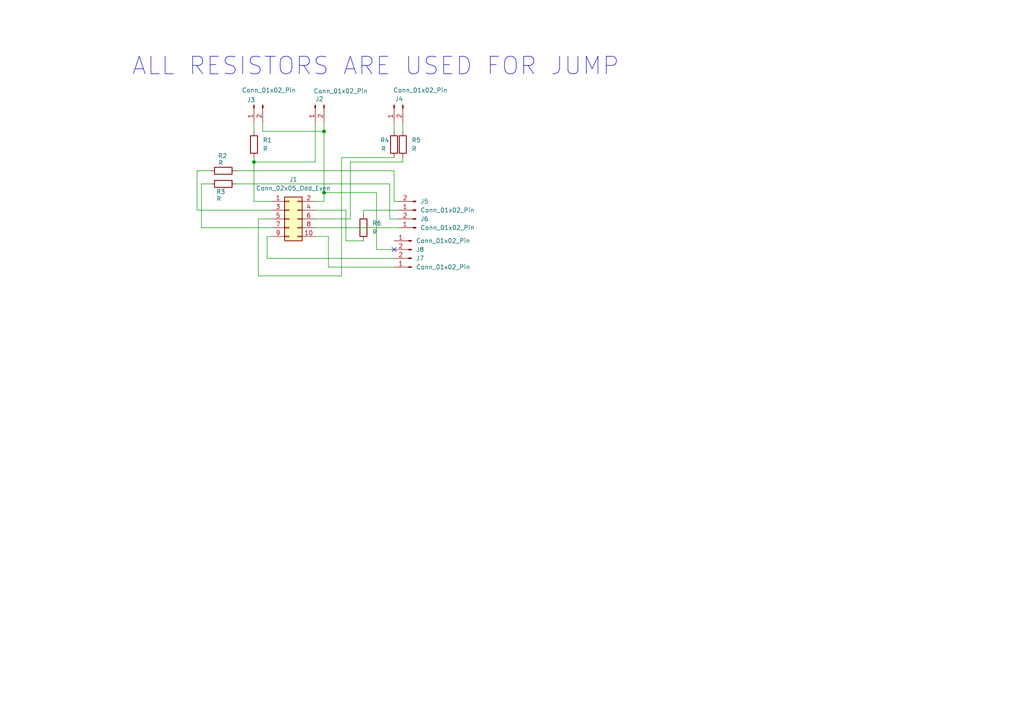
<source format=kicad_sch>
(kicad_sch (version 20250114) (generator "eeschema") (generator_version "9.0")
  (paper "A4")
  (lib_symbols
    (symbol "Connector:Conn_01x02_Pin" (pin_names (offset 1.016) (hide yes))
      (property "Reference" "J" (at 0 2.54 0))
      (property "Value" "Conn_01x02_Pin" (at 0 -5.08 0))
      (symbol "Conn_01x02_Pin_1_1"
        (rectangle (start 0.8636 0.127) (end 0 -0.127) (stroke (width 0.1524)) (fill (type outline)))
        (rectangle (start 0.8636 -2.413) (end 0 -2.667) (stroke (width 0.1524)) (fill (type outline)))
        (polyline (pts (xy 1.27 0) (xy 0.8636 0)) (stroke (width 0.1524)))
        (polyline (pts (xy 1.27 -2.54) (xy 0.8636 -2.54)) (stroke (width 0.1524)))
        (pin passive line (at 5.08 0 180) (length 3.81) (name "Pin_1") (number "1"))
        (pin passive line (at 5.08 -2.54 180) (length 3.81) (name "Pin_2") (number "2"))
      )
    )
    (symbol "Connector_Generic:Conn_02x05_Odd_Even" (pin_names (offset 1.016) (hide yes))
      (property "Reference" "J" (at 1.27 7.62 0))
      (property "Value" "Conn_02x05_Odd_Even" (at 1.27 -7.62 0))
      (symbol "Conn_02x05_Odd_Even_1_1"
        (rectangle (start -1.27 6.35) (end 3.81 -6.35) (stroke (width 0.254)) (fill (type background)))
        (rectangle (start -1.27 5.207) (end 0 4.953) (stroke (width 0.1524)))
        (rectangle (start -1.27 2.667) (end 0 2.413) (stroke (width 0.1524)))
        (rectangle (start -1.27 0.127) (end 0 -0.127) (stroke (width 0.1524)))
        (rectangle (start -1.27 -2.413) (end 0 -2.667) (stroke (width 0.1524)))
        (rectangle (start -1.27 -4.953) (end 0 -5.207) (stroke (width 0.1524)))
        (rectangle (start 3.81 5.207) (end 2.54 4.953) (stroke (width 0.1524)))
        (rectangle (start 3.81 2.667) (end 2.54 2.413) (stroke (width 0.1524)))
        (rectangle (start 3.81 0.127) (end 2.54 -0.127) (stroke (width 0.1524)))
        (rectangle (start 3.81 -2.413) (end 2.54 -2.667) (stroke (width 0.1524)))
        (rectangle (start 3.81 -4.953) (end 2.54 -5.207) (stroke (width 0.1524)))
        (pin passive line (at -5.08 5.08 0) (length 3.81) (name "Pin_1") (number "1"))
        (pin passive line (at -5.08 2.54 0) (length 3.81) (name "Pin_3") (number "3"))
        (pin passive line (at -5.08 0 0) (length 3.81) (name "Pin_5") (number "5"))
        (pin passive line (at -5.08 -2.54 0) (length 3.81) (name "Pin_7") (number "7"))
        (pin passive line (at -5.08 -5.08 0) (length 3.81) (name "Pin_9") (number "9"))
        (pin passive line (at 7.62 5.08 180) (length 3.81) (name "Pin_2") (number "2"))
        (pin passive line (at 7.62 2.54 180) (length 3.81) (name "Pin_4") (number "4"))
        (pin passive line (at 7.62 0 180) (length 3.81) (name "Pin_6") (number "6"))
        (pin passive line (at 7.62 -2.54 180) (length 3.81) (name "Pin_8") (number "8"))
        (pin passive line (at 7.62 -5.08 180) (length 3.81) (name "Pin_10") (number "10"))
      )
    )
    (symbol "Device:R" (pin_numbers (hide yes)) (pin_names (offset 0))
      (property "Reference" "R" (at 2.032 0 90))
      (property "Value" "R" (at 0 0 90))
      (symbol "R_0_1"
        (rectangle (start -1.016 -2.54) (end 1.016 2.54) (stroke (width 0.254)))
      )
      (symbol "R_1_1"
        (pin passive line (at 0 3.81 270) (length 1.27) (name "~") (number "1"))
        (pin passive line (at 0 -3.81 90) (length 1.27) (name "~") (number "2"))
      )
    )
  )
  (text "ALL RESISTORS ARE USED FOR JUMP\n" (at 108.966 19.304 0) (effects (font (size 5.08 5.08))))
  (junction (at 93.98 55.88))
  (junction (at 93.98 38.1))
  (junction (at 73.66 46.99))
  (no_connect (at 114.3 72.39))
  (wire (pts (xy 58.42 66.04) (xy 58.42 53.34)))
  (wire (pts (xy 114.3 35.56) (xy 114.3 38.1)))
  (wire (pts (xy 105.41 62.23) (xy 105.41 60.96)))
  (wire (pts (xy 73.66 46.99) (xy 73.66 58.42)))
  (wire (pts (xy 99.06 45.72) (xy 99.06 80.01)))
  (wire (pts (xy 95.25 77.47) (xy 114.3 77.47)))
  (wire (pts (xy 113.03 63.5) (xy 115.57 63.5)))
  (wire (pts (xy 105.41 60.96) (xy 115.57 60.96)))
  (wire (pts (xy 91.44 60.96) (xy 100.33 60.96)))
  (wire (pts (xy 93.98 58.42) (xy 93.98 55.88)))
  (wire (pts (xy 100.33 69.85) (xy 100.33 60.96)))
  (wire (pts (xy 74.93 80.01) (xy 74.93 63.5)))
  (wire (pts (xy 58.42 53.34) (xy 60.96 53.34)))
  (wire (pts (xy 73.66 35.56) (xy 73.66 38.1)))
  (wire (pts (xy 77.47 68.58) (xy 77.47 74.93)))
  (wire (pts (xy 113.03 53.34) (xy 113.03 63.5)))
  (wire (pts (xy 101.6 63.5) (xy 101.6 46.99)))
  (wire (pts (xy 68.58 53.34) (xy 113.03 53.34)))
  (wire (pts (xy 91.44 66.04) (xy 115.57 66.04)))
  (wire (pts (xy 73.66 46.99) (xy 73.66 45.72)))
  (wire (pts (xy 77.47 74.93) (xy 114.3 74.93)))
  (wire (pts (xy 76.2 38.1) (xy 93.98 38.1)))
  (wire (pts (xy 114.3 49.53) (xy 114.3 58.42)))
  (wire (pts (xy 74.93 63.5) (xy 78.74 63.5)))
  (wire (pts (xy 109.22 72.39) (xy 109.22 55.88)))
  (wire (pts (xy 76.2 35.56) (xy 76.2 38.1)))
  (wire (pts (xy 95.25 68.58) (xy 95.25 77.47)))
  (wire (pts (xy 78.74 58.42) (xy 73.66 58.42)))
  (wire (pts (xy 116.84 35.56) (xy 116.84 38.1)))
  (wire (pts (xy 114.3 58.42) (xy 115.57 58.42)))
  (wire (pts (xy 91.44 63.5) (xy 101.6 63.5)))
  (wire (pts (xy 73.66 46.99) (xy 91.44 46.99)))
  (wire (pts (xy 78.74 66.04) (xy 58.42 66.04)))
  (wire (pts (xy 114.3 45.72) (xy 99.06 45.72)))
  (wire (pts (xy 109.22 55.88) (xy 93.98 55.88)))
  (wire (pts (xy 57.15 49.53) (xy 60.96 49.53)))
  (wire (pts (xy 93.98 38.1) (xy 93.98 35.56)))
  (wire (pts (xy 99.06 80.01) (xy 74.93 80.01)))
  (wire (pts (xy 101.6 46.99) (xy 116.84 46.99)))
  (wire (pts (xy 114.3 72.39) (xy 109.22 72.39)))
  (wire (pts (xy 93.98 55.88) (xy 93.98 38.1)))
  (wire (pts (xy 91.44 58.42) (xy 93.98 58.42)))
  (wire (pts (xy 68.58 49.53) (xy 114.3 49.53)))
  (wire (pts (xy 105.41 69.85) (xy 100.33 69.85)))
  (wire (pts (xy 57.15 60.96) (xy 57.15 49.53)))
  (wire (pts (xy 78.74 68.58) (xy 77.47 68.58)))
  (wire (pts (xy 91.44 35.56) (xy 91.44 46.99)))
  (wire (pts (xy 91.44 68.58) (xy 95.25 68.58)))
  (wire (pts (xy 57.15 60.96) (xy 78.74 60.96)))
  (wire (pts (xy 116.84 45.72) (xy 116.84 46.99)))
  (symbol (lib_id "Device:R") (at 73.66 41.91 0) (unit 1)
    (property "Reference" "R1" (at 76.2 40.6399 0) (effects (justify left)))
    (property "Value" "R" (at 76.2 43.1799 0) (effects (justify left)))
    (property "Footprint" "Resistor_THT:R_Axial_DIN0207_L6.3mm_D2.5mm_P10.16mm_Horizontal" (effects (hide yes)))
    (property "Description" "Resistor" (effects (hide yes)))
  )
  (symbol (lib_id "Connector:Conn_01x02_Pin") (at 119.38 69.85 0) (mirror y) (unit 1)
    (property "Reference" "J8" (at 120.65 72.3901 0) (effects (justify right)))
    (property "Value" "Conn_01x02_Pin" (at 120.65 69.8501 0) (effects (justify right)))
    (property "Footprint" "_customized:connector_02_508" (effects (hide yes)))
    (property "Description" "Generic connector, single row, 01x02, script generated" (effects (hide yes)))
  )
  (symbol (lib_id "Connector:Conn_01x02_Pin") (at 91.44 30.48 90) (mirror x) (unit 1)
    (property "Reference" "J2" (at 91.44 28.702 90) (effects (justify right)))
    (property "Value" "Conn_01x02_Pin" (at 90.932 26.416 90) (effects (justify right)))
    (property "Footprint" "_customized:connector_02_508" (effects (hide yes)))
    (property "Description" "Generic connector, single row, 01x02, script generated" (effects (hide yes)))
  )
  (symbol (lib_id "Connector:Conn_01x02_Pin") (at 73.66 30.48 90) (mirror x) (unit 1)
    (property "Reference" "J3" (at 71.628 28.956 90) (effects (justify right)))
    (property "Value" "Conn_01x02_Pin" (at 70.104 26.162 90) (effects (justify right)))
    (property "Footprint" "_customized:connector_02_508" (effects (hide yes)))
    (property "Description" "Generic connector, single row, 01x02, script generated" (effects (hide yes)))
  )
  (symbol (lib_id "Connector:Conn_01x02_Pin") (at 120.65 60.96 180) (unit 1)
    (property "Reference" "J5" (at 121.92 58.4199 0) (effects (justify right)))
    (property "Value" "Conn_01x02_Pin" (at 121.92 60.9599 0) (effects (justify right)))
    (property "Footprint" "_customized:connector_02_508" (effects (hide yes)))
    (property "Description" "Generic connector, single row, 01x02, script generated" (effects (hide yes)))
  )
  (symbol (lib_id "Device:R") (at 64.77 53.34 90) (unit 1)
    (property "Reference" "R3" (at 64.008 55.626 90))
    (property "Value" "R" (at 63.5 57.658 90))
    (property "Footprint" "Resistor_THT:R_Axial_DIN0414_L11.9mm_D4.5mm_P15.24mm_Horizontal" (effects (hide yes)))
    (property "Description" "Resistor" (effects (hide yes)))
  )
  (symbol (lib_id "Connector:Conn_01x02_Pin") (at 114.3 30.48 90) (mirror x) (unit 1)
    (property "Reference" "J4" (at 114.554 28.702 90) (effects (justify right)))
    (property "Value" "Conn_01x02_Pin" (at 114.046 26.162 90) (effects (justify right)))
    (property "Footprint" "_customized:connector_02_508" (effects (hide yes)))
    (property "Description" "Generic connector, single row, 01x02, script generated" (effects (hide yes)))
  )
  (symbol (lib_id "Connector_Generic:Conn_02x05_Odd_Even") (at 83.82 63.5 0) (unit 1)
    (property "Reference" "J1" (at 85.09 52.07 0))
    (property "Value" "Conn_02x05_Odd_Even" (at 85.09 54.61 0))
    (property "Footprint" "Connector_IDC:IDC-Header_2x05_P2.54mm_Latch_Vertical" (effects (hide yes)))
    (property "Description" "Generic connector, double row, 02x05, odd/even pin numbering scheme (row 1 odd numbers, row 2 even numbers), script generated (kicad-library-utils/schlib/autogen/connector/)" (effects (hide yes)))
  )
  (symbol (lib_id "Device:R") (at 116.84 41.91 0) (unit 1)
    (property "Reference" "R5" (at 119.38 40.6399 0) (effects (justify left)))
    (property "Value" "R" (at 119.38 43.1799 0) (effects (justify left)))
    (property "Footprint" "Resistor_THT:R_Axial_DIN0414_L11.9mm_D4.5mm_P15.24mm_Horizontal" (effects (hide yes)))
    (property "Description" "Resistor" (effects (hide yes)))
  )
  (symbol (lib_id "Connector:Conn_01x02_Pin") (at 120.65 66.04 180) (unit 1)
    (property "Reference" "J6" (at 121.92 63.4999 0) (effects (justify right)))
    (property "Value" "Conn_01x02_Pin" (at 121.92 66.0399 0) (effects (justify right)))
    (property "Footprint" "_customized:connector_02_508" (effects (hide yes)))
    (property "Description" "Generic connector, single row, 01x02, script generated" (effects (hide yes)))
  )
  (symbol (lib_id "Device:R") (at 64.77 49.53 90) (unit 1)
    (property "Reference" "R2" (at 64.516 45.212 90))
    (property "Value" "R" (at 64.008 47.244 90))
    (property "Footprint" "Resistor_THT:R_Axial_DIN0414_L11.9mm_D4.5mm_P15.24mm_Horizontal" (effects (hide yes)))
    (property "Description" "Resistor" (effects (hide yes)))
  )
  (symbol (lib_id "Connector:Conn_01x02_Pin") (at 119.38 77.47 180) (unit 1)
    (property "Reference" "J7" (at 120.65 74.9299 0) (effects (justify right)))
    (property "Value" "Conn_01x02_Pin" (at 120.65 77.4699 0) (effects (justify right)))
    (property "Footprint" "_customized:connector_02_508" (effects (hide yes)))
    (property "Description" "Generic connector, single row, 01x02, script generated" (effects (hide yes)))
  )
  (symbol (lib_id "Device:R") (at 105.41 66.04 0) (unit 1)
    (property "Reference" "R6" (at 107.95 64.7699 0) (effects (justify left)))
    (property "Value" "R" (at 107.95 67.3099 0) (effects (justify left)))
    (property "Footprint" "Resistor_THT:R_Axial_DIN0414_L11.9mm_D4.5mm_P15.24mm_Horizontal" (effects (hide yes)))
    (property "Description" "Resistor" (effects (hide yes)))
  )
  (symbol (lib_id "Device:R") (at 114.3 41.91 0) (unit 1)
    (property "Reference" "R4" (at 110.236 40.64 0) (effects (justify left)))
    (property "Value" "R" (at 110.49 43.18 0) (effects (justify left)))
    (property "Footprint" "Resistor_THT:R_Axial_DIN0414_L11.9mm_D4.5mm_P25.40mm_Horizontal" (effects (hide yes)))
    (property "Description" "Resistor" (effects (hide yes)))
  )
)
</source>
